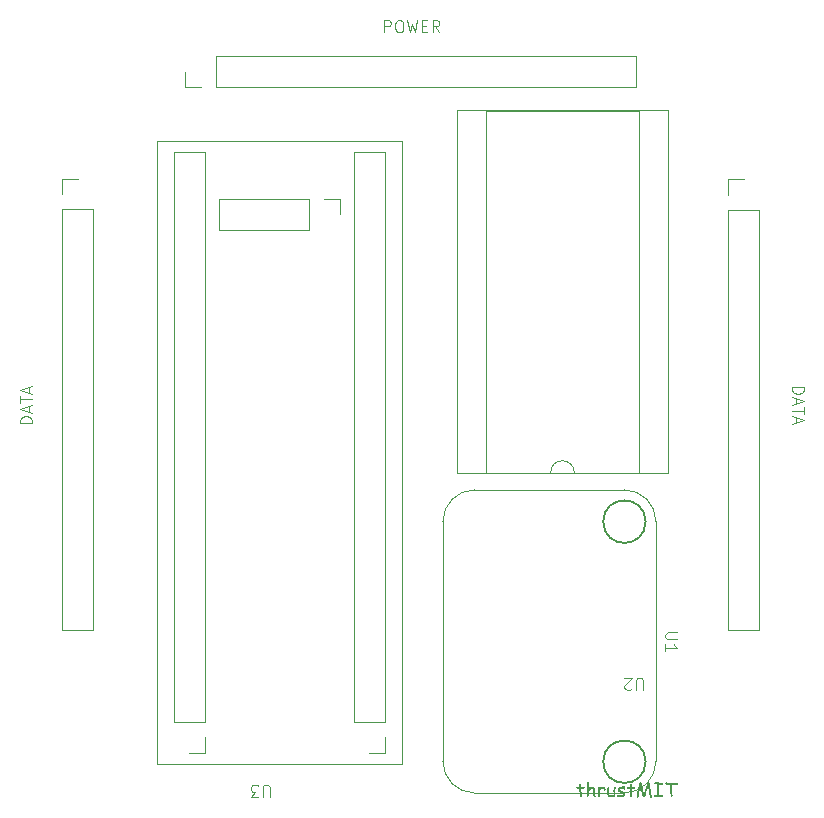
<source format=gbr>
%TF.GenerationSoftware,KiCad,Pcbnew,7.0.7*%
%TF.CreationDate,2024-04-01T01:38:16+05:30*%
%TF.ProjectId,FC_THT_STACK,46435f54-4854-45f5-9354-41434b2e6b69,rev?*%
%TF.SameCoordinates,Original*%
%TF.FileFunction,Legend,Top*%
%TF.FilePolarity,Positive*%
%FSLAX46Y46*%
G04 Gerber Fmt 4.6, Leading zero omitted, Abs format (unit mm)*
G04 Created by KiCad (PCBNEW 7.0.7) date 2024-04-01 01:38:16*
%MOMM*%
%LPD*%
G01*
G04 APERTURE LIST*
%ADD10C,0.100000*%
%ADD11C,0.120000*%
%ADD12C,0.203200*%
G04 APERTURE END LIST*
D10*
X106261904Y-116592580D02*
X106261904Y-115783057D01*
X106261904Y-115783057D02*
X106214285Y-115687819D01*
X106214285Y-115687819D02*
X106166666Y-115640200D01*
X106166666Y-115640200D02*
X106071428Y-115592580D01*
X106071428Y-115592580D02*
X105880952Y-115592580D01*
X105880952Y-115592580D02*
X105785714Y-115640200D01*
X105785714Y-115640200D02*
X105738095Y-115687819D01*
X105738095Y-115687819D02*
X105690476Y-115783057D01*
X105690476Y-115783057D02*
X105690476Y-116592580D01*
X105309523Y-116592580D02*
X104690476Y-116592580D01*
X104690476Y-116592580D02*
X105023809Y-116211628D01*
X105023809Y-116211628D02*
X104880952Y-116211628D01*
X104880952Y-116211628D02*
X104785714Y-116164009D01*
X104785714Y-116164009D02*
X104738095Y-116116390D01*
X104738095Y-116116390D02*
X104690476Y-116021152D01*
X104690476Y-116021152D02*
X104690476Y-115783057D01*
X104690476Y-115783057D02*
X104738095Y-115687819D01*
X104738095Y-115687819D02*
X104785714Y-115640200D01*
X104785714Y-115640200D02*
X104880952Y-115592580D01*
X104880952Y-115592580D02*
X105166666Y-115592580D01*
X105166666Y-115592580D02*
X105261904Y-115640200D01*
X105261904Y-115640200D02*
X105309523Y-115687819D01*
X150503180Y-81922484D02*
X151503180Y-81922484D01*
X151503180Y-81922484D02*
X151503180Y-82160579D01*
X151503180Y-82160579D02*
X151455561Y-82303436D01*
X151455561Y-82303436D02*
X151360323Y-82398674D01*
X151360323Y-82398674D02*
X151265085Y-82446293D01*
X151265085Y-82446293D02*
X151074609Y-82493912D01*
X151074609Y-82493912D02*
X150931752Y-82493912D01*
X150931752Y-82493912D02*
X150741276Y-82446293D01*
X150741276Y-82446293D02*
X150646038Y-82398674D01*
X150646038Y-82398674D02*
X150550800Y-82303436D01*
X150550800Y-82303436D02*
X150503180Y-82160579D01*
X150503180Y-82160579D02*
X150503180Y-81922484D01*
X150788895Y-82874865D02*
X150788895Y-83351055D01*
X150503180Y-82779627D02*
X151503180Y-83112960D01*
X151503180Y-83112960D02*
X150503180Y-83446293D01*
X151503180Y-83636770D02*
X151503180Y-84208198D01*
X150503180Y-83922484D02*
X151503180Y-83922484D01*
X150788895Y-84493913D02*
X150788895Y-84970103D01*
X150503180Y-84398675D02*
X151503180Y-84732008D01*
X151503180Y-84732008D02*
X150503180Y-85065341D01*
G36*
X132851796Y-115921180D02*
G01*
X132839146Y-115921007D01*
X132826323Y-115920549D01*
X132813706Y-115919892D01*
X132810763Y-115919715D01*
X132798061Y-115918865D01*
X132786333Y-115918293D01*
X132774443Y-115917984D01*
X132770024Y-115917956D01*
X132758255Y-115918559D01*
X132745487Y-115919728D01*
X132732655Y-115921107D01*
X132717496Y-115922879D01*
X132704601Y-115924467D01*
X132690397Y-115926276D01*
X132674884Y-115928307D01*
X132658063Y-115930559D01*
X132673597Y-116408298D01*
X132674476Y-116443762D01*
X132675355Y-116485088D01*
X132675395Y-116506525D01*
X132674710Y-116526579D01*
X132673298Y-116545250D01*
X132671160Y-116562537D01*
X132668297Y-116578442D01*
X132664708Y-116592964D01*
X132660393Y-116606103D01*
X132655352Y-116617858D01*
X132649585Y-116628231D01*
X132639574Y-116641197D01*
X132627929Y-116651051D01*
X132614652Y-116657793D01*
X132599741Y-116661424D01*
X132588893Y-116662115D01*
X132576783Y-116661373D01*
X132563435Y-116658632D01*
X132550929Y-116653872D01*
X132539264Y-116647092D01*
X132531447Y-116641013D01*
X132521969Y-116631275D01*
X132514818Y-116620528D01*
X132509995Y-116608771D01*
X132507501Y-116596005D01*
X132507121Y-116588256D01*
X132507203Y-116575634D01*
X132507398Y-116563462D01*
X132507707Y-116549788D01*
X132508037Y-116537767D01*
X132508440Y-116524784D01*
X132508916Y-116510839D01*
X132509466Y-116495932D01*
X132510084Y-116481026D01*
X132510620Y-116467081D01*
X132511073Y-116454098D01*
X132511444Y-116442077D01*
X132511792Y-116428403D01*
X132512011Y-116416231D01*
X132512103Y-116403609D01*
X132495690Y-115930559D01*
X132483871Y-115929985D01*
X132470943Y-115929250D01*
X132456909Y-115928357D01*
X132441766Y-115927303D01*
X132425516Y-115926090D01*
X132408158Y-115924717D01*
X132395970Y-115923713D01*
X132383291Y-115922638D01*
X132370119Y-115921492D01*
X132356455Y-115920274D01*
X132342298Y-115918986D01*
X132327649Y-115917628D01*
X132312508Y-115916198D01*
X132299413Y-115913775D01*
X132287607Y-115910245D01*
X132273868Y-115903816D01*
X132262419Y-115895417D01*
X132253260Y-115885049D01*
X132246391Y-115872711D01*
X132241811Y-115858405D01*
X132239879Y-115846383D01*
X132239235Y-115833253D01*
X132240018Y-115819758D01*
X132242368Y-115807190D01*
X132246283Y-115795550D01*
X132251765Y-115784838D01*
X132258813Y-115775052D01*
X132261510Y-115771997D01*
X132270296Y-115763729D01*
X132281640Y-115756246D01*
X132294162Y-115751091D01*
X132305833Y-115748525D01*
X132318370Y-115747670D01*
X132491294Y-115761738D01*
X132491201Y-115748525D01*
X132490922Y-115733981D01*
X132490565Y-115721387D01*
X132490088Y-115707941D01*
X132489493Y-115693644D01*
X132488779Y-115678495D01*
X132488165Y-115666574D01*
X132487484Y-115654174D01*
X132486855Y-115641864D01*
X132486113Y-115626477D01*
X132485481Y-115612262D01*
X132484959Y-115599219D01*
X132484547Y-115587349D01*
X132484186Y-115574160D01*
X132483980Y-115560751D01*
X132483967Y-115556867D01*
X132484801Y-115544850D01*
X132487885Y-115531845D01*
X132493240Y-115519933D01*
X132500868Y-115509116D01*
X132507707Y-115502059D01*
X132517090Y-115494689D01*
X132528976Y-115488017D01*
X132541870Y-115483421D01*
X132553727Y-115481133D01*
X132566325Y-115480371D01*
X132579738Y-115481391D01*
X132592058Y-115484451D01*
X132603286Y-115489551D01*
X132613421Y-115496692D01*
X132622465Y-115505873D01*
X132630416Y-115517094D01*
X132637275Y-115530355D01*
X132643042Y-115545657D01*
X132646280Y-115556991D01*
X132649032Y-115569232D01*
X132651299Y-115582380D01*
X132653080Y-115596435D01*
X132653994Y-115609819D01*
X132654598Y-115622183D01*
X132655038Y-115635372D01*
X132655313Y-115649386D01*
X132655416Y-115661693D01*
X132655425Y-115666777D01*
X132653960Y-115712792D01*
X132653080Y-115761738D01*
X132665524Y-115760141D01*
X132677283Y-115758647D01*
X132693638Y-115756599D01*
X132708453Y-115754783D01*
X132721727Y-115753199D01*
X132733461Y-115751847D01*
X132746709Y-115750404D01*
X132759419Y-115749180D01*
X132770024Y-115748549D01*
X132785603Y-115748621D01*
X132800135Y-115748838D01*
X132813623Y-115749198D01*
X132826064Y-115749703D01*
X132841025Y-115750601D01*
X132854127Y-115751755D01*
X132867890Y-115753558D01*
X132880571Y-115756251D01*
X132882278Y-115756756D01*
X132894024Y-115761647D01*
X132904205Y-115767967D01*
X132914728Y-115777876D01*
X132922803Y-115790017D01*
X132927502Y-115801338D01*
X132930634Y-115814087D01*
X132932201Y-115828266D01*
X132932396Y-115835890D01*
X132931593Y-115849385D01*
X132929182Y-115861953D01*
X132925163Y-115873593D01*
X132919537Y-115884306D01*
X132912304Y-115894091D01*
X132909535Y-115897147D01*
X132900629Y-115905314D01*
X132890837Y-115911792D01*
X132878293Y-115917214D01*
X132866581Y-115920030D01*
X132853982Y-115921157D01*
X132851796Y-115921180D01*
G37*
G36*
X133781482Y-116662115D02*
G01*
X133767460Y-116661144D01*
X133754701Y-116658232D01*
X133743206Y-116653377D01*
X133732976Y-116646581D01*
X133724009Y-116637844D01*
X133716306Y-116627164D01*
X133709867Y-116614543D01*
X133704692Y-116599980D01*
X133701201Y-116586846D01*
X133697761Y-116572722D01*
X133694373Y-116557610D01*
X133691036Y-116541508D01*
X133687751Y-116524417D01*
X133685589Y-116512474D01*
X133683451Y-116500091D01*
X133681335Y-116487268D01*
X133679242Y-116474005D01*
X133677172Y-116460303D01*
X133675125Y-116446162D01*
X133673101Y-116431580D01*
X133671100Y-116416560D01*
X133670108Y-116408884D01*
X133668333Y-116394212D01*
X133666673Y-116379873D01*
X133665127Y-116365865D01*
X133663696Y-116352189D01*
X133662380Y-116338846D01*
X133661177Y-116325834D01*
X133660090Y-116313154D01*
X133659117Y-116300807D01*
X133658258Y-116288791D01*
X133657185Y-116271390D01*
X133656369Y-116254736D01*
X133655811Y-116238830D01*
X133655510Y-116223670D01*
X133655453Y-116213978D01*
X133655581Y-116201907D01*
X133655904Y-116189090D01*
X133656337Y-116176430D01*
X133656807Y-116164699D01*
X133657378Y-116151895D01*
X133657505Y-116149205D01*
X133658096Y-116136186D01*
X133658587Y-116124241D01*
X133659043Y-116111323D01*
X133659394Y-116098206D01*
X133659554Y-116085791D01*
X133659556Y-116084432D01*
X133659254Y-116065799D01*
X133658347Y-116048368D01*
X133656836Y-116032139D01*
X133654720Y-116017113D01*
X133652000Y-116003288D01*
X133648675Y-115990666D01*
X133644746Y-115979245D01*
X133637719Y-115964369D01*
X133629331Y-115952197D01*
X133619584Y-115942731D01*
X133608476Y-115935969D01*
X133596008Y-115931911D01*
X133582180Y-115930559D01*
X133569152Y-115930931D01*
X133556301Y-115932047D01*
X133543626Y-115933908D01*
X133531127Y-115936512D01*
X133518805Y-115939861D01*
X133506659Y-115943954D01*
X133494689Y-115948791D01*
X133482895Y-115954373D01*
X133471278Y-115960698D01*
X133459837Y-115967768D01*
X133448573Y-115975582D01*
X133437485Y-115984140D01*
X133426573Y-115993442D01*
X133415837Y-116003488D01*
X133405278Y-116014279D01*
X133394895Y-116025814D01*
X133386708Y-116035717D01*
X133377976Y-116047181D01*
X133368697Y-116060206D01*
X133358872Y-116074792D01*
X133352019Y-116085383D01*
X133344923Y-116096669D01*
X133337584Y-116108648D01*
X133330002Y-116121320D01*
X133322178Y-116134687D01*
X133314111Y-116148747D01*
X133305802Y-116163501D01*
X133297249Y-116178949D01*
X133288454Y-116195091D01*
X133279417Y-116211927D01*
X133279391Y-116231693D01*
X133279314Y-116250949D01*
X133279185Y-116269694D01*
X133279005Y-116287929D01*
X133278773Y-116305653D01*
X133278489Y-116322866D01*
X133278154Y-116339569D01*
X133277768Y-116355761D01*
X133277330Y-116371443D01*
X133276841Y-116386614D01*
X133276300Y-116401274D01*
X133275707Y-116415424D01*
X133275063Y-116429063D01*
X133274368Y-116442191D01*
X133273621Y-116454809D01*
X133272822Y-116466916D01*
X133271070Y-116489599D01*
X133269113Y-116510239D01*
X133266949Y-116528836D01*
X133264579Y-116545392D01*
X133262003Y-116559904D01*
X133259221Y-116572374D01*
X133254661Y-116587250D01*
X133253038Y-116591187D01*
X133246851Y-116603414D01*
X133239868Y-116614012D01*
X133232087Y-116622978D01*
X133221241Y-116631894D01*
X133209149Y-116638263D01*
X133195813Y-116642084D01*
X133181231Y-116643357D01*
X133168880Y-116642554D01*
X133157106Y-116640143D01*
X133145909Y-116636124D01*
X133135289Y-116630498D01*
X133125246Y-116623265D01*
X133122027Y-116620496D01*
X133113361Y-116611473D01*
X133106488Y-116601770D01*
X133100736Y-116589591D01*
X133097424Y-116576486D01*
X133096528Y-116564516D01*
X133097930Y-116551990D01*
X133100649Y-116539951D01*
X133103855Y-116528466D01*
X133106594Y-116515731D01*
X133108292Y-116502032D01*
X133109497Y-116488312D01*
X133110310Y-116476411D01*
X133111046Y-116463129D01*
X133111705Y-116448466D01*
X133112286Y-116432423D01*
X133112790Y-116414999D01*
X133112941Y-116408884D01*
X133115579Y-116287544D01*
X133117923Y-115684655D01*
X133118633Y-115672202D01*
X133119297Y-115660269D01*
X133120207Y-115643344D01*
X133121014Y-115627588D01*
X133121719Y-115613002D01*
X133122320Y-115599586D01*
X133122818Y-115587338D01*
X133123321Y-115572828D01*
X133123642Y-115560397D01*
X133123785Y-115547782D01*
X133123592Y-115534799D01*
X133123012Y-115522045D01*
X133122046Y-115509519D01*
X133120694Y-115497223D01*
X133118955Y-115485156D01*
X133116830Y-115473318D01*
X133115872Y-115468647D01*
X133113592Y-115456936D01*
X133111699Y-115445068D01*
X133110192Y-115433042D01*
X133109071Y-115420859D01*
X133108337Y-115408519D01*
X133107989Y-115396021D01*
X133107958Y-115390978D01*
X133108793Y-115378531D01*
X133111297Y-115366908D01*
X133116328Y-115354389D01*
X133123631Y-115342993D01*
X133131699Y-115334118D01*
X133141092Y-115326448D01*
X133151249Y-115320366D01*
X133162168Y-115315870D01*
X133173849Y-115312960D01*
X133186293Y-115311638D01*
X133190610Y-115311550D01*
X133202810Y-115312160D01*
X133217538Y-115314874D01*
X133230507Y-115319758D01*
X133241718Y-115326813D01*
X133251170Y-115336038D01*
X133258864Y-115347434D01*
X133264799Y-115361001D01*
X133268096Y-115372601D01*
X133269745Y-115381013D01*
X133272049Y-115395277D01*
X133274127Y-115409273D01*
X133275979Y-115423001D01*
X133277603Y-115436462D01*
X133279001Y-115449654D01*
X133280172Y-115462579D01*
X133281117Y-115475236D01*
X133281835Y-115487625D01*
X133282326Y-115499746D01*
X133282590Y-115511599D01*
X133282641Y-115519352D01*
X133282592Y-115534966D01*
X133282445Y-115550703D01*
X133282200Y-115566565D01*
X133281858Y-115582550D01*
X133281417Y-115598658D01*
X133280879Y-115614890D01*
X133280242Y-115631246D01*
X133279508Y-115647726D01*
X133278676Y-115664329D01*
X133277746Y-115681056D01*
X133277072Y-115692276D01*
X133276189Y-115708628D01*
X133275410Y-115725042D01*
X133274733Y-115741518D01*
X133274159Y-115758056D01*
X133273689Y-115774656D01*
X133273321Y-115791318D01*
X133273057Y-115808041D01*
X133272895Y-115824826D01*
X133272837Y-115841673D01*
X133272882Y-115858582D01*
X133272969Y-115869889D01*
X133273848Y-115942283D01*
X133282346Y-115931141D01*
X133290916Y-115920356D01*
X133299556Y-115909928D01*
X133308268Y-115899858D01*
X133317050Y-115890144D01*
X133325904Y-115880788D01*
X133334828Y-115871790D01*
X133343824Y-115863148D01*
X133352890Y-115854864D01*
X133362027Y-115846936D01*
X133371236Y-115839366D01*
X133380515Y-115832154D01*
X133394567Y-115822004D01*
X133408779Y-115812658D01*
X133418342Y-115806874D01*
X133432878Y-115798808D01*
X133447578Y-115791535D01*
X133462443Y-115785056D01*
X133477473Y-115779370D01*
X133492668Y-115774477D01*
X133508028Y-115770378D01*
X133523553Y-115767072D01*
X133539242Y-115764559D01*
X133555097Y-115762840D01*
X133571116Y-115761915D01*
X133581887Y-115761738D01*
X133598661Y-115762085D01*
X133614764Y-115763126D01*
X133630196Y-115764860D01*
X133644957Y-115767289D01*
X133659047Y-115770411D01*
X133672466Y-115774227D01*
X133685214Y-115778737D01*
X133697292Y-115783940D01*
X133708698Y-115789837D01*
X133719434Y-115796428D01*
X133729499Y-115803713D01*
X133738892Y-115811692D01*
X133747615Y-115820365D01*
X133755667Y-115829731D01*
X133763048Y-115839791D01*
X133769759Y-115850545D01*
X133776297Y-115863055D01*
X133782285Y-115877064D01*
X133787721Y-115892572D01*
X133792606Y-115909580D01*
X133795556Y-115921751D01*
X133798262Y-115934589D01*
X133800722Y-115948093D01*
X133802937Y-115962263D01*
X133804908Y-115977100D01*
X133806633Y-115992603D01*
X133808114Y-116008772D01*
X133809349Y-116025608D01*
X133810339Y-116043110D01*
X133811084Y-116061278D01*
X133817826Y-116218375D01*
X133834239Y-116389833D01*
X133835688Y-116401761D01*
X133837179Y-116413510D01*
X133839492Y-116430798D01*
X133841898Y-116447684D01*
X133844397Y-116464169D01*
X133846988Y-116480252D01*
X133849672Y-116495933D01*
X133852449Y-116511212D01*
X133855319Y-116526089D01*
X133858281Y-116540565D01*
X133861337Y-116554638D01*
X133862375Y-116559240D01*
X133864690Y-116571463D01*
X133865600Y-116582981D01*
X133864724Y-116595328D01*
X133862096Y-116606872D01*
X133856817Y-116619324D01*
X133849153Y-116630682D01*
X133840687Y-116639547D01*
X133831104Y-116647217D01*
X133820821Y-116653300D01*
X133809837Y-116657796D01*
X133798152Y-116660705D01*
X133785766Y-116662027D01*
X133781482Y-116662115D01*
G37*
G36*
X134702375Y-115998263D02*
G01*
X134701367Y-116010508D01*
X134698819Y-116027393D01*
X134695030Y-116042502D01*
X134689999Y-116055832D01*
X134683726Y-116067386D01*
X134676212Y-116077162D01*
X134667456Y-116085160D01*
X134657459Y-116091381D01*
X134646220Y-116095825D01*
X134633739Y-116098491D01*
X134620017Y-116099380D01*
X134607341Y-116098671D01*
X134592380Y-116095523D01*
X134579635Y-116089856D01*
X134569106Y-116081670D01*
X134560795Y-116070965D01*
X134554699Y-116057742D01*
X134551582Y-116046171D01*
X134549712Y-116033184D01*
X134549089Y-116018780D01*
X134548831Y-116006524D01*
X134548254Y-115993050D01*
X134547605Y-115980806D01*
X134546770Y-115966727D01*
X134546451Y-115961627D01*
X134544106Y-115893043D01*
X134528041Y-115895150D01*
X134512379Y-115897586D01*
X134497120Y-115900352D01*
X134482264Y-115903448D01*
X134467811Y-115906874D01*
X134453761Y-115910629D01*
X134440114Y-115914714D01*
X134426870Y-115919128D01*
X134414028Y-115923873D01*
X134401590Y-115928947D01*
X134389555Y-115934351D01*
X134377923Y-115940084D01*
X134366694Y-115946148D01*
X134355868Y-115952541D01*
X134345445Y-115959264D01*
X134335425Y-115966316D01*
X134321903Y-115976849D01*
X134308813Y-115988336D01*
X134300327Y-115996523D01*
X134292034Y-116005134D01*
X134283933Y-116014168D01*
X134276024Y-116023626D01*
X134268307Y-116033507D01*
X134260783Y-116043813D01*
X134253451Y-116054541D01*
X134246312Y-116065694D01*
X134239364Y-116077270D01*
X134232609Y-116089269D01*
X134226047Y-116101692D01*
X134219677Y-116114539D01*
X134213499Y-116127810D01*
X134215258Y-116578877D01*
X134214541Y-116593753D01*
X134212393Y-116607165D01*
X134208812Y-116619114D01*
X134201810Y-116632771D01*
X134192262Y-116643826D01*
X134180167Y-116652279D01*
X134165526Y-116658132D01*
X134152875Y-116660815D01*
X134138791Y-116662034D01*
X134133778Y-116662115D01*
X134120788Y-116661389D01*
X134109076Y-116659209D01*
X134095447Y-116654044D01*
X134084090Y-116646295D01*
X134075004Y-116635964D01*
X134068190Y-116623049D01*
X134064570Y-116611669D01*
X134062227Y-116598835D01*
X134061162Y-116584548D01*
X134061091Y-116579463D01*
X134061091Y-116006177D01*
X134061190Y-115993089D01*
X134061430Y-115979818D01*
X134061741Y-115967310D01*
X134062151Y-115953485D01*
X134062552Y-115941478D01*
X134063017Y-115928628D01*
X134063143Y-115925283D01*
X134063624Y-115912222D01*
X134064041Y-115900004D01*
X134064471Y-115885916D01*
X134064802Y-115873145D01*
X134065067Y-115859558D01*
X134065193Y-115846102D01*
X134065195Y-115844390D01*
X134065834Y-115829619D01*
X134067750Y-115816301D01*
X134070944Y-115804436D01*
X134077191Y-115790876D01*
X134085709Y-115779899D01*
X134096498Y-115771505D01*
X134109559Y-115765693D01*
X134124892Y-115762465D01*
X134137881Y-115761738D01*
X134152293Y-115762880D01*
X134165304Y-115766303D01*
X134176913Y-115772009D01*
X134187121Y-115779997D01*
X134195927Y-115790268D01*
X134203332Y-115802820D01*
X134209336Y-115817656D01*
X134213939Y-115834773D01*
X134216228Y-115847453D01*
X134217895Y-115861147D01*
X134218940Y-115875855D01*
X134219361Y-115891578D01*
X134229286Y-115882436D01*
X134239280Y-115873584D01*
X134249340Y-115865022D01*
X134259469Y-115856750D01*
X134269664Y-115848769D01*
X134279928Y-115841078D01*
X134290259Y-115833677D01*
X134300657Y-115826567D01*
X134311123Y-115819746D01*
X134321657Y-115813216D01*
X134332258Y-115806976D01*
X134342926Y-115801026D01*
X134353663Y-115795367D01*
X134364466Y-115789998D01*
X134375338Y-115784919D01*
X134386276Y-115780130D01*
X134397283Y-115775631D01*
X134408357Y-115771423D01*
X134419498Y-115767505D01*
X134430707Y-115763877D01*
X134441984Y-115760539D01*
X134453328Y-115757492D01*
X134464740Y-115754735D01*
X134476219Y-115752268D01*
X134487766Y-115750091D01*
X134499380Y-115748205D01*
X134511062Y-115746608D01*
X134522811Y-115745302D01*
X134534628Y-115744287D01*
X134546513Y-115743561D01*
X134558465Y-115743126D01*
X134570484Y-115742981D01*
X134582715Y-115743416D01*
X134598093Y-115745351D01*
X134612409Y-115748833D01*
X134625662Y-115753864D01*
X134637853Y-115760443D01*
X134648981Y-115768569D01*
X134659047Y-115778243D01*
X134668051Y-115789466D01*
X134670135Y-115792513D01*
X134677898Y-115805610D01*
X134683040Y-115816467D01*
X134687601Y-115828211D01*
X134691579Y-115840840D01*
X134694975Y-115854355D01*
X134697789Y-115868757D01*
X134700020Y-115884045D01*
X134701670Y-115900218D01*
X134702737Y-115917278D01*
X134703125Y-115929144D01*
X134703255Y-115941403D01*
X134703233Y-115953920D01*
X134703151Y-115967164D01*
X134702977Y-115980167D01*
X134702629Y-115993011D01*
X134702375Y-115998263D01*
G37*
G36*
X135540324Y-116137775D02*
G01*
X135540338Y-116152878D01*
X135540366Y-116165372D01*
X135540410Y-116178865D01*
X135540469Y-116193357D01*
X135540544Y-116208849D01*
X135540634Y-116225341D01*
X135540739Y-116242832D01*
X135540818Y-116255048D01*
X135540904Y-116267708D01*
X135540997Y-116280812D01*
X135541097Y-116294361D01*
X135541203Y-116308354D01*
X135541310Y-116322347D01*
X135541409Y-116335895D01*
X135541502Y-116349000D01*
X135541588Y-116361660D01*
X135541667Y-116373876D01*
X135541739Y-116385648D01*
X135541834Y-116402472D01*
X135541914Y-116418297D01*
X135541979Y-116433123D01*
X135542027Y-116446949D01*
X135542061Y-116459776D01*
X135542079Y-116471603D01*
X135542082Y-116478933D01*
X135542340Y-116491544D01*
X135542917Y-116504229D01*
X135543692Y-116517222D01*
X135544558Y-116529766D01*
X135544720Y-116531983D01*
X135545716Y-116544643D01*
X135546618Y-116557798D01*
X135547305Y-116570703D01*
X135547640Y-116582507D01*
X135547651Y-116584739D01*
X135546806Y-116597056D01*
X135544271Y-116608507D01*
X135539178Y-116620773D01*
X135531785Y-116631860D01*
X135523618Y-116640426D01*
X135514334Y-116647797D01*
X135502539Y-116654469D01*
X135489706Y-116659065D01*
X135477880Y-116661353D01*
X135465292Y-116662115D01*
X135450116Y-116661277D01*
X135436386Y-116658763D01*
X135424104Y-116654573D01*
X135413269Y-116648706D01*
X135403881Y-116641164D01*
X135395940Y-116631945D01*
X135389446Y-116621050D01*
X135384399Y-116608479D01*
X135371416Y-116614974D01*
X135358186Y-116621050D01*
X135344708Y-116626707D01*
X135330983Y-116631945D01*
X135317011Y-116636764D01*
X135302792Y-116641164D01*
X135288325Y-116645145D01*
X135273611Y-116648706D01*
X135258649Y-116651849D01*
X135243441Y-116654573D01*
X135227985Y-116656877D01*
X135212281Y-116658763D01*
X135196331Y-116660230D01*
X135180133Y-116661277D01*
X135163688Y-116661906D01*
X135146995Y-116662115D01*
X135133657Y-116661932D01*
X135120608Y-116661382D01*
X135107847Y-116660467D01*
X135095374Y-116659184D01*
X135083191Y-116657536D01*
X135071295Y-116655521D01*
X135059688Y-116653139D01*
X135042819Y-116648880D01*
X135026599Y-116643797D01*
X135011028Y-116637889D01*
X134996106Y-116631157D01*
X134981833Y-116623601D01*
X134968209Y-116615221D01*
X134954093Y-116605131D01*
X134941089Y-116594207D01*
X134929198Y-116582449D01*
X134918421Y-116569856D01*
X134908755Y-116556428D01*
X134900203Y-116542165D01*
X134892764Y-116527068D01*
X134886437Y-116511136D01*
X134881223Y-116494370D01*
X134878365Y-116482729D01*
X134876002Y-116470717D01*
X134875006Y-116464572D01*
X134873041Y-116451245D01*
X134871138Y-116438010D01*
X134869297Y-116424867D01*
X134867519Y-116411815D01*
X134865803Y-116398855D01*
X134864149Y-116385986D01*
X134862558Y-116373209D01*
X134861030Y-116360524D01*
X134859563Y-116347930D01*
X134858159Y-116335428D01*
X134856818Y-116323018D01*
X134855539Y-116310699D01*
X134854322Y-116298471D01*
X134853168Y-116286335D01*
X134852076Y-116274291D01*
X134851046Y-116262339D01*
X134850079Y-116250477D01*
X134849174Y-116238708D01*
X134847552Y-116215444D01*
X134846179Y-116192546D01*
X134845056Y-116170015D01*
X134844183Y-116147850D01*
X134843559Y-116126051D01*
X134843184Y-116104619D01*
X134843059Y-116083553D01*
X134843156Y-116069621D01*
X134843444Y-116055448D01*
X134843925Y-116041035D01*
X134844598Y-116026382D01*
X134845464Y-116011488D01*
X134846522Y-115996353D01*
X134847772Y-115980979D01*
X134849214Y-115965364D01*
X134850849Y-115949508D01*
X134852676Y-115933412D01*
X134854696Y-115917076D01*
X134856908Y-115900499D01*
X134859312Y-115883682D01*
X134861909Y-115866624D01*
X134864698Y-115849326D01*
X134867679Y-115831787D01*
X134870309Y-115819269D01*
X134873913Y-115807982D01*
X134880233Y-115794847D01*
X134888284Y-115783902D01*
X134898066Y-115775146D01*
X134909579Y-115768579D01*
X134922823Y-115764201D01*
X134937798Y-115762012D01*
X134945934Y-115761738D01*
X134958821Y-115762511D01*
X134970884Y-115764830D01*
X134982122Y-115768694D01*
X134992536Y-115774103D01*
X135002126Y-115781058D01*
X135005139Y-115783720D01*
X135013307Y-115792406D01*
X135020700Y-115803660D01*
X135025793Y-115816121D01*
X135028327Y-115827761D01*
X135029172Y-115840287D01*
X135028879Y-115852901D01*
X135027999Y-115867661D01*
X135026872Y-115881015D01*
X135025370Y-115895743D01*
X135023997Y-115907690D01*
X135022413Y-115920411D01*
X135020618Y-115933904D01*
X135018611Y-115948170D01*
X135017156Y-115958110D01*
X135015061Y-115972940D01*
X135013171Y-115987095D01*
X135011488Y-116000575D01*
X135010012Y-116013380D01*
X135008741Y-116025511D01*
X135007367Y-116040635D01*
X135006359Y-116054559D01*
X135005718Y-116067283D01*
X135005432Y-116081501D01*
X135005468Y-116098058D01*
X135005574Y-116114318D01*
X135005751Y-116130280D01*
X135006000Y-116145945D01*
X135006319Y-116161311D01*
X135006710Y-116176380D01*
X135007171Y-116191152D01*
X135007703Y-116205625D01*
X135008307Y-116219801D01*
X135008981Y-116233680D01*
X135009726Y-116247260D01*
X135010543Y-116260543D01*
X135011430Y-116273529D01*
X135012388Y-116286216D01*
X135013418Y-116298606D01*
X135014518Y-116310699D01*
X135015688Y-116322459D01*
X135017572Y-116339550D01*
X135019610Y-116355981D01*
X135021803Y-116371753D01*
X135024151Y-116386866D01*
X135026653Y-116401319D01*
X135029310Y-116415112D01*
X135032121Y-116428247D01*
X135035087Y-116440721D01*
X135038207Y-116452537D01*
X135041482Y-116463692D01*
X135053365Y-116469653D01*
X135065164Y-116474968D01*
X135076879Y-116479639D01*
X135088510Y-116483664D01*
X135095118Y-116485674D01*
X135106616Y-116488643D01*
X135119654Y-116491144D01*
X135132582Y-116492692D01*
X135145401Y-116493287D01*
X135146995Y-116493295D01*
X135160855Y-116493159D01*
X135174811Y-116492754D01*
X135188864Y-116492079D01*
X135203012Y-116491133D01*
X135217257Y-116489917D01*
X135231598Y-116488431D01*
X135246035Y-116486675D01*
X135260568Y-116484648D01*
X135275197Y-116482352D01*
X135289923Y-116479785D01*
X135304745Y-116476948D01*
X135319663Y-116473841D01*
X135334677Y-116470463D01*
X135349787Y-116466816D01*
X135364993Y-116462898D01*
X135380296Y-116458710D01*
X135379710Y-116294872D01*
X135377951Y-116138361D01*
X135378012Y-116116777D01*
X135378194Y-116095551D01*
X135378497Y-116074682D01*
X135378922Y-116054170D01*
X135379468Y-116034016D01*
X135380136Y-116014218D01*
X135380924Y-115994778D01*
X135381835Y-115975695D01*
X135382866Y-115956969D01*
X135384019Y-115938601D01*
X135385293Y-115920589D01*
X135386689Y-115902935D01*
X135388206Y-115885638D01*
X135389844Y-115868698D01*
X135391604Y-115852116D01*
X135393485Y-115835890D01*
X135395732Y-115822639D01*
X135399066Y-115810690D01*
X135405203Y-115796787D01*
X135413272Y-115785201D01*
X135423274Y-115775932D01*
X135435208Y-115768980D01*
X135449075Y-115764345D01*
X135460744Y-115762390D01*
X135473499Y-115761738D01*
X135486386Y-115762521D01*
X135498448Y-115764871D01*
X135509687Y-115768786D01*
X135520101Y-115774268D01*
X135529690Y-115781316D01*
X135532703Y-115784013D01*
X135540820Y-115792648D01*
X135548022Y-115803712D01*
X135552785Y-115815841D01*
X135555107Y-115829037D01*
X135555272Y-115839115D01*
X135540324Y-116137775D01*
G37*
G36*
X136297672Y-115986833D02*
G01*
X136284141Y-115986017D01*
X136271941Y-115983570D01*
X136259057Y-115978479D01*
X136248090Y-115971040D01*
X136239040Y-115961251D01*
X136234071Y-115953420D01*
X136228840Y-115940621D01*
X136225292Y-115928526D01*
X136222567Y-115917077D01*
X136219943Y-115904053D01*
X136217420Y-115889453D01*
X136215594Y-115877469D01*
X136213824Y-115864600D01*
X136212676Y-115855528D01*
X136200493Y-115858675D01*
X136187135Y-115862290D01*
X136172603Y-115866375D01*
X136156897Y-115870929D01*
X136140015Y-115875951D01*
X136128108Y-115879560D01*
X136115679Y-115883377D01*
X136102729Y-115887402D01*
X136089255Y-115891636D01*
X136075260Y-115896078D01*
X136060743Y-115900729D01*
X136045704Y-115905588D01*
X136030143Y-115910655D01*
X136022166Y-115913267D01*
X136006085Y-115919959D01*
X135991034Y-115926845D01*
X135977014Y-115933926D01*
X135964024Y-115941202D01*
X135952065Y-115948672D01*
X135941136Y-115956337D01*
X135931237Y-115964197D01*
X135922369Y-115972251D01*
X135910998Y-115984698D01*
X135901946Y-115997582D01*
X135895212Y-116010904D01*
X135890797Y-116024664D01*
X135888700Y-116038862D01*
X135888516Y-116043692D01*
X135900790Y-116047924D01*
X135912990Y-116051533D01*
X135925116Y-116054518D01*
X135937170Y-116056881D01*
X135948926Y-116059031D01*
X135960493Y-116061231D01*
X135983057Y-116065779D01*
X136004860Y-116070527D01*
X136025903Y-116075474D01*
X136046186Y-116080621D01*
X136065709Y-116085966D01*
X136084471Y-116091511D01*
X136102473Y-116097255D01*
X136119715Y-116103198D01*
X136136197Y-116109340D01*
X136151919Y-116115682D01*
X136166880Y-116122222D01*
X136181081Y-116128962D01*
X136194522Y-116135902D01*
X136207203Y-116143040D01*
X136219124Y-116150378D01*
X136235414Y-116161562D01*
X136250654Y-116173353D01*
X136264842Y-116185751D01*
X136277980Y-116198756D01*
X136290067Y-116212368D01*
X136301102Y-116226586D01*
X136311087Y-116241411D01*
X136320020Y-116256843D01*
X136327903Y-116272882D01*
X136334734Y-116289527D01*
X136340515Y-116306780D01*
X136345244Y-116324639D01*
X136348923Y-116343105D01*
X136351551Y-116362177D01*
X136353127Y-116381857D01*
X136353653Y-116402143D01*
X136353198Y-116418738D01*
X136351834Y-116434818D01*
X136349562Y-116450383D01*
X136346380Y-116465433D01*
X136342290Y-116479967D01*
X136337290Y-116493986D01*
X136331381Y-116507490D01*
X136324563Y-116520479D01*
X136316836Y-116532952D01*
X136308200Y-116544911D01*
X136298656Y-116556354D01*
X136288202Y-116567282D01*
X136276839Y-116577695D01*
X136264566Y-116587592D01*
X136251385Y-116596974D01*
X136237295Y-116605842D01*
X136225043Y-116612656D01*
X136212392Y-116619031D01*
X136199342Y-116624966D01*
X136185894Y-116630461D01*
X136172048Y-116635517D01*
X136157803Y-116640133D01*
X136143160Y-116644310D01*
X136128119Y-116648047D01*
X136112679Y-116651344D01*
X136096840Y-116654202D01*
X136080604Y-116656620D01*
X136063968Y-116658598D01*
X136046935Y-116660137D01*
X136029503Y-116661236D01*
X136011672Y-116661895D01*
X135993443Y-116662115D01*
X135979963Y-116661976D01*
X135966561Y-116661556D01*
X135953237Y-116660858D01*
X135939991Y-116659880D01*
X135926822Y-116658623D01*
X135913731Y-116657087D01*
X135900719Y-116655271D01*
X135887784Y-116653176D01*
X135874927Y-116650801D01*
X135862147Y-116648148D01*
X135849446Y-116645214D01*
X135836822Y-116642002D01*
X135824277Y-116638510D01*
X135811809Y-116634739D01*
X135799419Y-116630688D01*
X135787107Y-116626358D01*
X135771739Y-116620539D01*
X135757363Y-116614437D01*
X135743978Y-116608055D01*
X135731584Y-116601390D01*
X135720182Y-116594444D01*
X135709772Y-116587217D01*
X135700353Y-116579707D01*
X135688083Y-116567915D01*
X135678045Y-116555489D01*
X135670237Y-116542430D01*
X135664660Y-116528737D01*
X135661314Y-116514410D01*
X135660198Y-116499449D01*
X135661105Y-116487538D01*
X135664455Y-116474371D01*
X135670273Y-116461989D01*
X135677225Y-116452001D01*
X135685990Y-116442590D01*
X135696020Y-116434322D01*
X135706543Y-116427766D01*
X135717562Y-116422919D01*
X135729075Y-116419784D01*
X135741082Y-116418358D01*
X135745195Y-116418263D01*
X135757066Y-116420016D01*
X135768380Y-116424310D01*
X135780744Y-116431179D01*
X135791851Y-116438871D01*
X135801262Y-116446313D01*
X135811140Y-116454900D01*
X135822102Y-116462313D01*
X135832834Y-116467264D01*
X135845984Y-116471930D01*
X135858246Y-116475456D01*
X135872056Y-116478799D01*
X135887413Y-116481959D01*
X135899947Y-116484209D01*
X135913521Y-116486338D01*
X135926545Y-116488184D01*
X135939020Y-116489745D01*
X135950945Y-116491023D01*
X135965079Y-116492221D01*
X135978354Y-116492975D01*
X135990770Y-116493286D01*
X135993150Y-116493295D01*
X136005975Y-116493150D01*
X136018512Y-116492718D01*
X136030760Y-116491996D01*
X136042719Y-116490986D01*
X136054390Y-116489688D01*
X136069503Y-116487508D01*
X136084102Y-116484816D01*
X136098189Y-116481610D01*
X136111763Y-116477891D01*
X136115076Y-116476881D01*
X136128799Y-116472130D01*
X136141173Y-116466890D01*
X136152196Y-116461160D01*
X136164795Y-116452759D01*
X136174993Y-116443488D01*
X136182792Y-116433346D01*
X136188192Y-116422335D01*
X136191191Y-116410453D01*
X136191866Y-116400971D01*
X136191255Y-116387223D01*
X136189421Y-116374043D01*
X136186364Y-116361431D01*
X136182084Y-116349387D01*
X136176582Y-116337910D01*
X136169857Y-116327002D01*
X136161909Y-116316661D01*
X136152738Y-116306888D01*
X136142345Y-116297684D01*
X136130729Y-116289046D01*
X136117890Y-116280977D01*
X136103829Y-116273476D01*
X136088544Y-116266543D01*
X136072037Y-116260177D01*
X136054308Y-116254379D01*
X136035355Y-116249149D01*
X135949479Y-116230685D01*
X135936026Y-116227759D01*
X135923069Y-116224772D01*
X135910609Y-116221724D01*
X135898646Y-116218613D01*
X135887180Y-116215440D01*
X135870913Y-116210566D01*
X135855763Y-116205552D01*
X135841732Y-116200399D01*
X135828819Y-116195107D01*
X135817023Y-116189676D01*
X135806346Y-116184106D01*
X135793848Y-116176463D01*
X135781906Y-116167655D01*
X135771138Y-116158049D01*
X135761545Y-116147645D01*
X135753127Y-116136442D01*
X135745883Y-116124440D01*
X135739814Y-116111640D01*
X135734919Y-116098042D01*
X135731200Y-116083644D01*
X135728655Y-116068449D01*
X135727284Y-116052454D01*
X135727023Y-116041348D01*
X135727657Y-116020875D01*
X135729560Y-116001148D01*
X135732732Y-115982168D01*
X135737171Y-115963935D01*
X135742880Y-115946448D01*
X135749857Y-115929707D01*
X135758102Y-115913713D01*
X135767616Y-115898466D01*
X135778399Y-115883964D01*
X135790450Y-115870210D01*
X135803770Y-115857201D01*
X135818358Y-115844940D01*
X135834214Y-115833424D01*
X135851340Y-115822656D01*
X135869733Y-115812633D01*
X135889396Y-115803357D01*
X135902704Y-115797807D01*
X135913899Y-115793476D01*
X135926135Y-115789000D01*
X135939412Y-115784381D01*
X135953729Y-115779617D01*
X135969087Y-115774709D01*
X135985486Y-115769656D01*
X135996997Y-115766208D01*
X136008970Y-115762695D01*
X136021406Y-115759119D01*
X136034304Y-115755478D01*
X136047665Y-115751773D01*
X136061051Y-115748072D01*
X136073952Y-115744441D01*
X136086367Y-115740882D01*
X136098297Y-115737393D01*
X136109741Y-115733976D01*
X136125997Y-115728983D01*
X136141161Y-115724149D01*
X136155233Y-115719476D01*
X136168213Y-115714962D01*
X136180100Y-115710607D01*
X136194251Y-115705050D01*
X136203590Y-115701068D01*
X136216435Y-115696188D01*
X136229693Y-115692317D01*
X136243363Y-115689456D01*
X136255070Y-115687843D01*
X136267062Y-115686931D01*
X136276863Y-115686707D01*
X136289708Y-115687500D01*
X136301647Y-115689881D01*
X136312679Y-115693848D01*
X136324404Y-115700481D01*
X136334895Y-115709275D01*
X136342664Y-115718222D01*
X136349696Y-115729885D01*
X136353983Y-115740931D01*
X136356662Y-115752945D01*
X136357733Y-115765928D01*
X136357756Y-115768186D01*
X136358397Y-115781266D01*
X136360010Y-115794934D01*
X136362174Y-115808302D01*
X136364528Y-115820606D01*
X136367383Y-115833970D01*
X136368014Y-115836770D01*
X136370969Y-115850345D01*
X136373424Y-115862862D01*
X136375708Y-115876484D01*
X136377270Y-115888581D01*
X136378182Y-115900766D01*
X136378272Y-115905353D01*
X136377469Y-115918498D01*
X136375057Y-115930674D01*
X136371039Y-115941881D01*
X136364319Y-115953732D01*
X136356818Y-115962841D01*
X136355411Y-115964265D01*
X136346505Y-115971934D01*
X136334995Y-115978876D01*
X136322278Y-115983659D01*
X136310418Y-115986039D01*
X136297672Y-115986833D01*
G37*
G36*
X137109828Y-115921180D02*
G01*
X137097178Y-115921007D01*
X137084355Y-115920549D01*
X137071738Y-115919892D01*
X137068796Y-115919715D01*
X137056093Y-115918865D01*
X137044365Y-115918293D01*
X137032475Y-115917984D01*
X137028056Y-115917956D01*
X137016287Y-115918559D01*
X137003519Y-115919728D01*
X136990687Y-115921107D01*
X136975528Y-115922879D01*
X136962633Y-115924467D01*
X136948429Y-115926276D01*
X136932916Y-115928307D01*
X136916095Y-115930559D01*
X136931629Y-116408298D01*
X136932508Y-116443762D01*
X136933387Y-116485088D01*
X136933427Y-116506525D01*
X136932742Y-116526579D01*
X136931330Y-116545250D01*
X136929192Y-116562537D01*
X136926329Y-116578442D01*
X136922740Y-116592964D01*
X136918425Y-116606103D01*
X136913384Y-116617858D01*
X136907617Y-116628231D01*
X136897606Y-116641197D01*
X136885962Y-116651051D01*
X136872684Y-116657793D01*
X136857773Y-116661424D01*
X136846925Y-116662115D01*
X136834815Y-116661373D01*
X136821467Y-116658632D01*
X136808961Y-116653872D01*
X136797296Y-116647092D01*
X136789479Y-116641013D01*
X136780001Y-116631275D01*
X136772850Y-116620528D01*
X136768027Y-116608771D01*
X136765533Y-116596005D01*
X136765153Y-116588256D01*
X136765235Y-116575634D01*
X136765430Y-116563462D01*
X136765739Y-116549788D01*
X136766069Y-116537767D01*
X136766472Y-116524784D01*
X136766948Y-116510839D01*
X136767498Y-116495932D01*
X136768116Y-116481026D01*
X136768652Y-116467081D01*
X136769105Y-116454098D01*
X136769476Y-116442077D01*
X136769824Y-116428403D01*
X136770043Y-116416231D01*
X136770135Y-116403609D01*
X136753722Y-115930559D01*
X136741903Y-115929985D01*
X136728976Y-115929250D01*
X136714941Y-115928357D01*
X136699798Y-115927303D01*
X136683548Y-115926090D01*
X136666190Y-115924717D01*
X136654003Y-115923713D01*
X136641323Y-115922638D01*
X136628151Y-115921492D01*
X136614487Y-115920274D01*
X136600330Y-115918986D01*
X136585681Y-115917628D01*
X136570540Y-115916198D01*
X136557446Y-115913775D01*
X136545639Y-115910245D01*
X136531900Y-115903816D01*
X136520451Y-115895417D01*
X136511292Y-115885049D01*
X136504423Y-115872711D01*
X136499843Y-115858405D01*
X136497911Y-115846383D01*
X136497267Y-115833253D01*
X136498050Y-115819758D01*
X136500400Y-115807190D01*
X136504315Y-115795550D01*
X136509797Y-115784838D01*
X136516845Y-115775052D01*
X136519542Y-115771997D01*
X136528328Y-115763729D01*
X136539672Y-115756246D01*
X136552194Y-115751091D01*
X136563865Y-115748525D01*
X136576402Y-115747670D01*
X136749326Y-115761738D01*
X136749233Y-115748525D01*
X136748954Y-115733981D01*
X136748597Y-115721387D01*
X136748120Y-115707941D01*
X136747525Y-115693644D01*
X136746811Y-115678495D01*
X136746197Y-115666574D01*
X136745516Y-115654174D01*
X136744887Y-115641864D01*
X136744145Y-115626477D01*
X136743513Y-115612262D01*
X136742991Y-115599219D01*
X136742579Y-115587349D01*
X136742218Y-115574160D01*
X136742012Y-115560751D01*
X136741999Y-115556867D01*
X136742833Y-115544850D01*
X136745917Y-115531845D01*
X136751272Y-115519933D01*
X136758900Y-115509116D01*
X136765739Y-115502059D01*
X136775123Y-115494689D01*
X136787008Y-115488017D01*
X136799903Y-115483421D01*
X136811759Y-115481133D01*
X136824357Y-115480371D01*
X136837770Y-115481391D01*
X136850090Y-115484451D01*
X136861318Y-115489551D01*
X136871453Y-115496692D01*
X136880497Y-115505873D01*
X136888448Y-115517094D01*
X136895307Y-115530355D01*
X136901074Y-115545657D01*
X136904312Y-115556991D01*
X136907064Y-115569232D01*
X136909331Y-115582380D01*
X136911112Y-115596435D01*
X136912026Y-115609819D01*
X136912631Y-115622183D01*
X136913070Y-115635372D01*
X136913345Y-115649386D01*
X136913448Y-115661693D01*
X136913457Y-115666777D01*
X136911992Y-115712792D01*
X136911112Y-115761738D01*
X136923556Y-115760141D01*
X136935315Y-115758647D01*
X136951670Y-115756599D01*
X136966485Y-115754783D01*
X136979759Y-115753199D01*
X136991493Y-115751847D01*
X137004741Y-115750404D01*
X137017451Y-115749180D01*
X137028056Y-115748549D01*
X137043635Y-115748621D01*
X137058168Y-115748838D01*
X137071655Y-115749198D01*
X137084096Y-115749703D01*
X137099057Y-115750601D01*
X137112159Y-115751755D01*
X137125922Y-115753558D01*
X137138603Y-115756251D01*
X137140310Y-115756756D01*
X137152056Y-115761647D01*
X137162237Y-115767967D01*
X137172760Y-115777876D01*
X137180836Y-115790017D01*
X137185534Y-115801338D01*
X137188667Y-115814087D01*
X137190233Y-115828266D01*
X137190429Y-115835890D01*
X137189625Y-115849385D01*
X137187214Y-115861953D01*
X137183195Y-115873593D01*
X137177569Y-115884306D01*
X137170336Y-115894091D01*
X137167567Y-115897147D01*
X137158661Y-115905314D01*
X137148869Y-115911792D01*
X137136325Y-115917214D01*
X137124613Y-115920030D01*
X137112014Y-115921157D01*
X137109828Y-115921180D01*
G37*
G36*
X138574406Y-116699631D02*
G01*
X138560871Y-116698550D01*
X138548108Y-116695309D01*
X138536118Y-116689907D01*
X138524901Y-116682343D01*
X138514457Y-116672619D01*
X138506658Y-116663283D01*
X138501133Y-116655374D01*
X138494988Y-116645134D01*
X138489007Y-116633319D01*
X138483191Y-116619928D01*
X138478937Y-116608852D01*
X138474776Y-116596889D01*
X138470707Y-116584040D01*
X138466732Y-116570304D01*
X138462849Y-116555683D01*
X138459059Y-116540175D01*
X138456583Y-116529345D01*
X138426981Y-116382799D01*
X138422578Y-116364480D01*
X138417868Y-116343594D01*
X138412851Y-116320140D01*
X138410227Y-116307451D01*
X138407527Y-116294121D01*
X138404750Y-116280148D01*
X138401897Y-116265534D01*
X138398966Y-116250278D01*
X138395959Y-116234380D01*
X138392876Y-116217841D01*
X138389715Y-116200660D01*
X138386478Y-116182837D01*
X138383164Y-116164373D01*
X138379773Y-116145267D01*
X138376306Y-116125519D01*
X138372762Y-116105129D01*
X138369141Y-116084098D01*
X138365444Y-116062425D01*
X138361670Y-116040110D01*
X138357819Y-116017154D01*
X138353892Y-115993555D01*
X138349887Y-115969315D01*
X138345806Y-115944434D01*
X138341649Y-115918911D01*
X138337414Y-115892746D01*
X138333103Y-115865939D01*
X138328715Y-115838491D01*
X138324251Y-115810400D01*
X138319710Y-115781669D01*
X138154992Y-116295165D01*
X138106339Y-116456951D01*
X138102629Y-116468832D01*
X138098897Y-116480440D01*
X138095146Y-116491775D01*
X138089479Y-116508268D01*
X138083767Y-116524147D01*
X138078008Y-116539413D01*
X138072202Y-116554066D01*
X138066350Y-116568106D01*
X138060452Y-116581533D01*
X138054508Y-116594347D01*
X138048517Y-116606548D01*
X138044497Y-116614341D01*
X138035475Y-116625538D01*
X138025702Y-116635242D01*
X138015179Y-116643454D01*
X138003904Y-116650172D01*
X137991878Y-116655397D01*
X137979101Y-116659129D01*
X137965573Y-116661369D01*
X137951294Y-116662115D01*
X137939520Y-116661529D01*
X137925691Y-116659148D01*
X137912850Y-116654934D01*
X137900996Y-116648889D01*
X137890129Y-116641013D01*
X137880250Y-116631304D01*
X137874797Y-116624600D01*
X137869197Y-116612946D01*
X137863755Y-116600334D01*
X137858469Y-116586762D01*
X137854355Y-116575215D01*
X137850341Y-116563054D01*
X137846428Y-116550279D01*
X137842615Y-116536891D01*
X137841678Y-116533448D01*
X137817937Y-116439073D01*
X137812754Y-116420237D01*
X137807609Y-116401318D01*
X137802503Y-116382316D01*
X137797435Y-116363231D01*
X137792405Y-116344063D01*
X137787413Y-116324812D01*
X137782460Y-116305478D01*
X137777546Y-116286061D01*
X137772669Y-116266561D01*
X137767831Y-116246978D01*
X137763032Y-116227312D01*
X137758270Y-116207562D01*
X137753547Y-116187730D01*
X137748863Y-116167815D01*
X137744216Y-116147817D01*
X137739609Y-116127736D01*
X137735039Y-116107572D01*
X137730508Y-116087325D01*
X137726015Y-116066995D01*
X137721561Y-116046582D01*
X137717144Y-116026086D01*
X137712767Y-116005507D01*
X137708427Y-115984845D01*
X137704126Y-115964100D01*
X137699863Y-115943272D01*
X137695639Y-115922360D01*
X137691453Y-115901366D01*
X137687305Y-115880289D01*
X137683196Y-115859129D01*
X137679125Y-115837886D01*
X137675093Y-115816560D01*
X137671098Y-115795151D01*
X137641496Y-115946386D01*
X137535104Y-116392178D01*
X137533595Y-116407618D01*
X137531597Y-116424371D01*
X137529993Y-116436270D01*
X137528172Y-116448753D01*
X137526133Y-116461819D01*
X137523876Y-116475470D01*
X137521402Y-116489704D01*
X137518710Y-116504522D01*
X137515801Y-116519925D01*
X137512675Y-116535911D01*
X137509330Y-116552481D01*
X137505769Y-116569635D01*
X137501989Y-116587372D01*
X137497992Y-116605694D01*
X137493778Y-116624600D01*
X137487119Y-116637789D01*
X137479453Y-116649219D01*
X137470780Y-116658891D01*
X137461098Y-116666805D01*
X137450410Y-116672960D01*
X137438714Y-116677356D01*
X137426010Y-116679994D01*
X137412299Y-116680873D01*
X137400060Y-116680172D01*
X137386431Y-116677479D01*
X137373956Y-116672767D01*
X137362636Y-116666035D01*
X137352469Y-116657283D01*
X137347819Y-116652150D01*
X137340846Y-116642516D01*
X137335316Y-116632078D01*
X137331229Y-116620836D01*
X137328584Y-116608791D01*
X137327382Y-116595942D01*
X137327302Y-116591480D01*
X137327524Y-116574164D01*
X137328191Y-116556360D01*
X137329301Y-116538068D01*
X137330856Y-116519288D01*
X137332855Y-116500021D01*
X137335298Y-116480266D01*
X137338186Y-116460023D01*
X137341517Y-116439292D01*
X137345293Y-116418074D01*
X137349513Y-116396368D01*
X137354177Y-116374175D01*
X137359286Y-116351493D01*
X137362007Y-116339970D01*
X137364839Y-116328324D01*
X137367781Y-116316557D01*
X137370835Y-116304667D01*
X137374000Y-116292656D01*
X137377277Y-116280523D01*
X137380664Y-116268268D01*
X137384162Y-116255890D01*
X137475020Y-115912680D01*
X137522794Y-115644502D01*
X137525069Y-115632869D01*
X137529642Y-115610365D01*
X137534245Y-115588877D01*
X137538877Y-115568407D01*
X137543539Y-115548953D01*
X137548230Y-115530516D01*
X137552952Y-115513095D01*
X137557703Y-115496691D01*
X137562484Y-115481304D01*
X137567295Y-115466933D01*
X137572136Y-115453579D01*
X137577006Y-115441242D01*
X137581906Y-115429921D01*
X137589312Y-115414846D01*
X137596785Y-115402059D01*
X137599291Y-115398305D01*
X137607809Y-115386765D01*
X137616803Y-115376763D01*
X137626274Y-115368300D01*
X137636221Y-115361375D01*
X137646644Y-115355990D01*
X137660342Y-115351422D01*
X137674785Y-115349258D01*
X137680770Y-115349066D01*
X137693754Y-115350050D01*
X137705885Y-115353004D01*
X137717164Y-115357927D01*
X137727592Y-115364819D01*
X137737168Y-115373681D01*
X137745892Y-115384511D01*
X137753764Y-115397311D01*
X137759109Y-115408203D01*
X137760784Y-115412080D01*
X137766871Y-115427697D01*
X137770974Y-115439645D01*
X137775114Y-115452823D01*
X137779290Y-115467230D01*
X137783504Y-115482867D01*
X137787753Y-115499733D01*
X137792040Y-115517829D01*
X137796363Y-115537155D01*
X137800723Y-115557710D01*
X137805119Y-115579495D01*
X137809552Y-115602510D01*
X137811782Y-115614478D01*
X137814022Y-115626754D01*
X137816270Y-115639337D01*
X137818528Y-115652228D01*
X137820795Y-115665426D01*
X137823071Y-115678931D01*
X137825356Y-115692744D01*
X137827650Y-115706864D01*
X137829954Y-115721292D01*
X137832749Y-115738831D01*
X137835638Y-115756460D01*
X137838622Y-115774180D01*
X137841701Y-115791991D01*
X137844873Y-115809892D01*
X137848141Y-115827883D01*
X137851502Y-115845965D01*
X137854958Y-115864137D01*
X137858509Y-115882400D01*
X137862154Y-115900753D01*
X137865893Y-115919197D01*
X137869727Y-115937731D01*
X137873656Y-115956355D01*
X137877679Y-115975070D01*
X137881796Y-115993875D01*
X137886008Y-116012771D01*
X137890314Y-116031757D01*
X137894715Y-116050834D01*
X137899210Y-116070001D01*
X137903799Y-116089259D01*
X137908483Y-116108607D01*
X137913262Y-116128045D01*
X137918135Y-116147574D01*
X137923102Y-116167194D01*
X137928164Y-116186904D01*
X137933320Y-116206704D01*
X137938571Y-116226595D01*
X137943916Y-116246576D01*
X137949356Y-116266647D01*
X137954890Y-116286809D01*
X137960518Y-116307062D01*
X137966242Y-116327405D01*
X137973830Y-116306880D01*
X137981354Y-116286303D01*
X137988814Y-116265674D01*
X137996210Y-116244991D01*
X138003542Y-116224256D01*
X138010810Y-116203468D01*
X138018013Y-116182628D01*
X138025153Y-116161735D01*
X138032228Y-116140789D01*
X138039240Y-116119791D01*
X138046187Y-116098740D01*
X138053070Y-116077636D01*
X138059889Y-116056480D01*
X138066644Y-116035271D01*
X138073334Y-116014009D01*
X138079961Y-115992694D01*
X138086523Y-115971327D01*
X138093022Y-115949908D01*
X138099456Y-115928435D01*
X138105826Y-115906910D01*
X138112132Y-115885333D01*
X138118374Y-115863702D01*
X138124552Y-115842019D01*
X138130666Y-115820283D01*
X138136715Y-115798495D01*
X138142701Y-115776654D01*
X138148622Y-115754760D01*
X138154479Y-115732814D01*
X138160273Y-115710815D01*
X138166002Y-115688763D01*
X138171667Y-115666659D01*
X138177267Y-115644502D01*
X138201887Y-115520231D01*
X138204717Y-115506418D01*
X138207712Y-115493114D01*
X138210872Y-115480321D01*
X138214197Y-115468038D01*
X138217686Y-115456265D01*
X138221341Y-115445002D01*
X138226470Y-115430777D01*
X138231892Y-115417460D01*
X138237608Y-115405050D01*
X138240575Y-115399184D01*
X138249006Y-115387438D01*
X138258179Y-115377257D01*
X138268094Y-115368643D01*
X138278750Y-115361595D01*
X138290149Y-115356114D01*
X138302289Y-115352198D01*
X138315171Y-115349849D01*
X138328796Y-115349066D01*
X138341798Y-115350197D01*
X138354209Y-115353589D01*
X138366027Y-115359243D01*
X138377252Y-115367159D01*
X138387885Y-115377337D01*
X138397925Y-115389777D01*
X138407373Y-115404478D01*
X138413342Y-115415535D01*
X138419049Y-115427598D01*
X138424491Y-115440666D01*
X138429671Y-115454739D01*
X138434587Y-115469817D01*
X138436946Y-115477733D01*
X138440335Y-115491517D01*
X138442997Y-115503983D01*
X138445762Y-115518273D01*
X138448630Y-115534387D01*
X138450599Y-115546143D01*
X138452614Y-115558709D01*
X138454675Y-115572086D01*
X138456782Y-115586273D01*
X138458934Y-115601271D01*
X138461132Y-115617080D01*
X138463376Y-115633699D01*
X138465666Y-115651129D01*
X138468001Y-115669369D01*
X138469186Y-115678793D01*
X138472250Y-115702735D01*
X138475361Y-115726457D01*
X138478518Y-115749960D01*
X138481721Y-115773242D01*
X138484970Y-115796305D01*
X138488266Y-115819148D01*
X138491608Y-115841771D01*
X138494997Y-115864174D01*
X138498432Y-115886357D01*
X138501913Y-115908321D01*
X138505441Y-115930064D01*
X138509015Y-115951588D01*
X138512635Y-115972892D01*
X138516302Y-115993977D01*
X138520015Y-116014841D01*
X138523775Y-116035486D01*
X138527581Y-116055911D01*
X138531433Y-116076116D01*
X138535331Y-116096101D01*
X138539276Y-116115866D01*
X138543268Y-116135412D01*
X138547306Y-116154737D01*
X138551390Y-116173843D01*
X138555520Y-116192729D01*
X138559697Y-116211396D01*
X138563920Y-116229842D01*
X138568190Y-116248069D01*
X138572506Y-116266075D01*
X138576868Y-116283862D01*
X138581277Y-116301430D01*
X138585732Y-116318777D01*
X138590233Y-116335904D01*
X138630680Y-116482450D01*
X138634442Y-116495931D01*
X138637961Y-116508751D01*
X138641238Y-116520908D01*
X138644272Y-116532404D01*
X138648368Y-116548407D01*
X138651917Y-116562921D01*
X138654921Y-116575946D01*
X138657379Y-116587482D01*
X138659806Y-116600548D01*
X138661474Y-116613157D01*
X138661747Y-116618738D01*
X138660799Y-116631206D01*
X138657956Y-116642890D01*
X138653216Y-116653792D01*
X138646580Y-116663910D01*
X138638048Y-116673246D01*
X138634783Y-116676184D01*
X138624534Y-116684152D01*
X138613790Y-116690472D01*
X138602552Y-116695143D01*
X138590819Y-116698165D01*
X138578592Y-116699539D01*
X138574406Y-116699631D01*
G37*
G36*
X139506730Y-115583539D02*
G01*
X139493120Y-115583369D01*
X139478666Y-115582861D01*
X139463371Y-115582014D01*
X139451346Y-115581156D01*
X139438847Y-115580108D01*
X139425875Y-115578869D01*
X139412428Y-115577439D01*
X139398507Y-115575819D01*
X139384112Y-115574008D01*
X139374253Y-115572694D01*
X139241482Y-115555402D01*
X139240310Y-115570640D01*
X139239175Y-115585835D01*
X139238078Y-115600989D01*
X139237017Y-115616099D01*
X139235994Y-115631168D01*
X139235008Y-115646194D01*
X139234059Y-115661178D01*
X139233147Y-115676119D01*
X139232273Y-115691018D01*
X139231436Y-115705875D01*
X139230636Y-115720689D01*
X139229873Y-115735461D01*
X139229148Y-115750190D01*
X139228459Y-115764878D01*
X139227808Y-115779522D01*
X139227194Y-115794125D01*
X139226617Y-115808685D01*
X139226078Y-115823203D01*
X139225575Y-115837678D01*
X139225110Y-115852111D01*
X139224682Y-115866502D01*
X139224292Y-115880850D01*
X139223938Y-115895156D01*
X139223622Y-115909420D01*
X139223343Y-115923641D01*
X139223101Y-115937820D01*
X139222896Y-115951956D01*
X139222729Y-115966051D01*
X139222599Y-115980102D01*
X139222506Y-115994112D01*
X139222450Y-116008079D01*
X139222431Y-116022004D01*
X139222482Y-116037093D01*
X139222586Y-116048981D01*
X139222746Y-116061359D01*
X139222963Y-116074226D01*
X139223237Y-116087583D01*
X139223568Y-116101429D01*
X139223955Y-116115764D01*
X139224399Y-116130589D01*
X139224900Y-116145903D01*
X139225457Y-116161707D01*
X139225655Y-116167084D01*
X139226231Y-116183051D01*
X139226751Y-116198528D01*
X139227214Y-116213516D01*
X139227620Y-116228015D01*
X139227969Y-116242024D01*
X139228262Y-116255544D01*
X139228498Y-116268574D01*
X139228678Y-116281115D01*
X139228801Y-116293166D01*
X139228876Y-116308473D01*
X139228879Y-116312164D01*
X139228830Y-116326873D01*
X139228684Y-116341324D01*
X139228439Y-116355518D01*
X139228096Y-116369454D01*
X139227656Y-116383133D01*
X139227117Y-116396554D01*
X139226481Y-116409717D01*
X139225747Y-116422623D01*
X139224915Y-116435271D01*
X139223985Y-116447662D01*
X139223311Y-116455779D01*
X139482990Y-116452555D01*
X139495567Y-116453431D01*
X139507362Y-116456058D01*
X139518374Y-116460437D01*
X139528602Y-116466568D01*
X139538047Y-116474451D01*
X139541022Y-116477468D01*
X139548990Y-116487102D01*
X139555310Y-116497540D01*
X139559981Y-116508781D01*
X139563004Y-116520827D01*
X139564377Y-116533676D01*
X139564469Y-116538138D01*
X139563645Y-116551564D01*
X139561172Y-116564145D01*
X139557050Y-116575881D01*
X139551280Y-116586772D01*
X139543861Y-116596819D01*
X139541022Y-116599980D01*
X139531837Y-116608347D01*
X139521870Y-116614982D01*
X139511119Y-116619887D01*
X139499586Y-116623061D01*
X139487269Y-116624503D01*
X139482990Y-116624600D01*
X139470693Y-116624600D01*
X139456959Y-116624600D01*
X139441787Y-116624600D01*
X139429465Y-116624600D01*
X139416333Y-116624600D01*
X139402393Y-116624600D01*
X139387643Y-116624600D01*
X139372085Y-116624600D01*
X139355718Y-116624600D01*
X139344357Y-116624600D01*
X139327454Y-116624600D01*
X139311364Y-116624600D01*
X139296088Y-116624600D01*
X139281627Y-116624600D01*
X139267979Y-116624600D01*
X139255145Y-116624600D01*
X139243126Y-116624600D01*
X139228366Y-116624600D01*
X139215053Y-116624600D01*
X139206018Y-116624600D01*
X139191547Y-116624746D01*
X139179587Y-116625048D01*
X139166680Y-116625515D01*
X139152824Y-116626147D01*
X139138021Y-116626944D01*
X139122270Y-116627906D01*
X139105570Y-116629033D01*
X139087923Y-116630324D01*
X139075631Y-116631276D01*
X139062919Y-116632302D01*
X139049784Y-116633401D01*
X139043059Y-116633978D01*
X139029747Y-116635114D01*
X139016846Y-116636177D01*
X139004358Y-116637166D01*
X138992281Y-116638082D01*
X138974940Y-116639318D01*
X138958525Y-116640390D01*
X138943038Y-116641297D01*
X138928479Y-116642038D01*
X138914847Y-116642615D01*
X138902142Y-116643028D01*
X138890364Y-116643275D01*
X138879514Y-116643357D01*
X138866937Y-116642502D01*
X138855142Y-116639936D01*
X138844130Y-116635660D01*
X138833902Y-116629674D01*
X138824457Y-116621977D01*
X138821482Y-116619031D01*
X138813514Y-116609407D01*
X138807194Y-116599000D01*
X138802523Y-116587810D01*
X138799500Y-116575836D01*
X138798127Y-116563080D01*
X138798035Y-116558654D01*
X138798859Y-116545626D01*
X138801332Y-116533361D01*
X138805454Y-116521858D01*
X138811224Y-116511118D01*
X138818643Y-116501140D01*
X138821482Y-116497984D01*
X138830677Y-116489518D01*
X138840675Y-116482803D01*
X138851477Y-116477840D01*
X138863083Y-116474628D01*
X138875492Y-116473169D01*
X138879807Y-116473071D01*
X138894242Y-116472801D01*
X138906511Y-116472244D01*
X138920016Y-116471383D01*
X138934758Y-116470217D01*
X138950736Y-116468748D01*
X138967950Y-116466975D01*
X138980113Y-116465624D01*
X138992826Y-116464138D01*
X139006089Y-116462517D01*
X139019901Y-116460761D01*
X139034262Y-116458869D01*
X139049173Y-116456843D01*
X139056835Y-116455779D01*
X139058301Y-116443139D01*
X139059624Y-116430170D01*
X139060802Y-116416871D01*
X139061836Y-116403242D01*
X139062725Y-116389284D01*
X139063470Y-116374996D01*
X139064072Y-116360378D01*
X139064528Y-116345430D01*
X139064841Y-116330153D01*
X139065009Y-116314545D01*
X139065041Y-116303957D01*
X139064959Y-116289427D01*
X139064712Y-116274117D01*
X139064418Y-116262124D01*
X139064031Y-116249693D01*
X139063552Y-116236824D01*
X139062980Y-116223518D01*
X139062316Y-116209773D01*
X139061558Y-116195590D01*
X139060708Y-116180970D01*
X139059766Y-116165911D01*
X139058823Y-116150858D01*
X139057973Y-116136253D01*
X139057215Y-116122096D01*
X139056551Y-116108388D01*
X139055979Y-116095127D01*
X139055500Y-116082315D01*
X139055113Y-116069951D01*
X139054820Y-116058035D01*
X139054572Y-116042845D01*
X139054490Y-116028452D01*
X139054512Y-116016526D01*
X139054579Y-116004416D01*
X139054691Y-115992121D01*
X139054847Y-115979643D01*
X139055048Y-115966980D01*
X139055294Y-115954132D01*
X139055584Y-115941101D01*
X139055919Y-115927885D01*
X139056298Y-115914484D01*
X139056722Y-115900900D01*
X139057191Y-115887131D01*
X139057705Y-115873177D01*
X139058263Y-115859040D01*
X139058866Y-115844718D01*
X139059513Y-115830211D01*
X139060205Y-115815521D01*
X139060942Y-115800646D01*
X139061723Y-115785586D01*
X139062549Y-115770343D01*
X139063420Y-115754915D01*
X139064335Y-115739303D01*
X139065295Y-115723506D01*
X139066300Y-115707525D01*
X139067349Y-115691360D01*
X139068443Y-115675010D01*
X139069582Y-115658476D01*
X139070765Y-115641758D01*
X139071993Y-115624856D01*
X139073266Y-115607769D01*
X139074583Y-115590497D01*
X139075945Y-115573042D01*
X139077351Y-115555402D01*
X138970373Y-115558919D01*
X138863101Y-115561264D01*
X138850204Y-115560429D01*
X138838111Y-115557925D01*
X138826821Y-115553752D01*
X138816335Y-115547910D01*
X138806653Y-115540398D01*
X138803604Y-115537523D01*
X138795536Y-115528068D01*
X138789137Y-115517726D01*
X138784407Y-115506498D01*
X138781347Y-115494384D01*
X138779956Y-115481384D01*
X138779863Y-115476854D01*
X138780543Y-115463168D01*
X138782584Y-115450688D01*
X138785984Y-115439414D01*
X138792633Y-115426257D01*
X138801701Y-115415243D01*
X138813186Y-115406372D01*
X138827090Y-115399645D01*
X138839104Y-115396006D01*
X138852479Y-115393573D01*
X138857239Y-115393029D01*
X138870789Y-115391877D01*
X138886379Y-115390838D01*
X138904009Y-115389912D01*
X138916896Y-115389358D01*
X138930690Y-115388855D01*
X138945390Y-115388401D01*
X138960997Y-115387998D01*
X138977511Y-115387646D01*
X138994932Y-115387343D01*
X139013259Y-115387091D01*
X139032493Y-115386890D01*
X139052634Y-115386739D01*
X139073682Y-115386638D01*
X139095636Y-115386588D01*
X139106953Y-115386581D01*
X139127795Y-115386714D01*
X139149287Y-115387113D01*
X139171429Y-115387777D01*
X139194221Y-115388706D01*
X139217664Y-115389902D01*
X139229629Y-115390599D01*
X139241757Y-115391362D01*
X139254047Y-115392192D01*
X139266500Y-115393089D01*
X139279116Y-115394052D01*
X139291894Y-115395081D01*
X139304835Y-115396177D01*
X139317938Y-115397339D01*
X139331204Y-115398567D01*
X139344632Y-115399862D01*
X139358223Y-115401223D01*
X139371977Y-115402651D01*
X139385893Y-115404145D01*
X139399971Y-115405706D01*
X139414213Y-115407332D01*
X139428617Y-115409026D01*
X139443183Y-115410785D01*
X139457912Y-115412612D01*
X139472804Y-115414504D01*
X139487858Y-115416463D01*
X139503074Y-115418488D01*
X139518454Y-115420580D01*
X139531548Y-115423065D01*
X139543355Y-115426673D01*
X139557094Y-115433231D01*
X139568543Y-115441786D01*
X139577702Y-115452337D01*
X139584571Y-115464885D01*
X139589151Y-115479430D01*
X139591083Y-115491648D01*
X139591727Y-115504990D01*
X139590737Y-115518334D01*
X139587770Y-115530668D01*
X139582824Y-115541992D01*
X139575900Y-115552306D01*
X139566997Y-115561611D01*
X139563590Y-115564488D01*
X139552454Y-115571911D01*
X139540589Y-115577511D01*
X139527995Y-115581288D01*
X139514671Y-115583241D01*
X139506730Y-115583539D01*
G37*
G36*
X140758817Y-115592332D02*
G01*
X140746804Y-115592244D01*
X140733627Y-115591981D01*
X140719285Y-115591543D01*
X140703779Y-115590930D01*
X140687109Y-115590142D01*
X140675349Y-115589519D01*
X140663071Y-115588818D01*
X140650276Y-115588040D01*
X140636963Y-115587184D01*
X140623133Y-115586249D01*
X140608785Y-115585237D01*
X140593920Y-115584147D01*
X140578537Y-115582980D01*
X140570652Y-115582366D01*
X140555424Y-115581270D01*
X140540660Y-115580251D01*
X140526362Y-115579310D01*
X140512528Y-115578446D01*
X140499159Y-115577661D01*
X140486255Y-115576953D01*
X140473816Y-115576324D01*
X140461842Y-115575772D01*
X140444752Y-115575090D01*
X140428707Y-115574583D01*
X140413709Y-115574252D01*
X140399757Y-115574096D01*
X140386850Y-115574115D01*
X140382780Y-115574160D01*
X140324162Y-115574160D01*
X140324524Y-115588737D01*
X140325023Y-115604403D01*
X140325659Y-115621160D01*
X140326433Y-115639006D01*
X140327345Y-115657943D01*
X140328393Y-115677969D01*
X140329580Y-115699085D01*
X140330903Y-115721292D01*
X140332364Y-115744588D01*
X140333146Y-115756645D01*
X140333962Y-115768974D01*
X140334813Y-115781576D01*
X140335698Y-115794450D01*
X140336617Y-115807597D01*
X140337571Y-115821016D01*
X140338559Y-115834708D01*
X140339581Y-115848672D01*
X140340638Y-115862909D01*
X140341729Y-115877418D01*
X140342855Y-115892200D01*
X140344014Y-115907254D01*
X140345208Y-115922580D01*
X140346437Y-115938179D01*
X140347555Y-115952750D01*
X140348637Y-115967115D01*
X140349684Y-115981276D01*
X140350696Y-115995231D01*
X140351672Y-116008982D01*
X140352612Y-116022528D01*
X140353517Y-116035869D01*
X140354387Y-116049005D01*
X140355221Y-116061936D01*
X140356020Y-116074662D01*
X140356783Y-116087183D01*
X140357510Y-116099499D01*
X140358202Y-116111610D01*
X140358859Y-116123516D01*
X140360066Y-116146714D01*
X140361130Y-116169092D01*
X140362053Y-116190650D01*
X140362834Y-116211389D01*
X140363473Y-116231307D01*
X140363970Y-116250406D01*
X140364325Y-116268686D01*
X140364538Y-116286145D01*
X140364609Y-116302785D01*
X140364889Y-116316626D01*
X140365576Y-116330722D01*
X140366463Y-116344042D01*
X140367637Y-116358794D01*
X140368782Y-116371626D01*
X140370110Y-116385374D01*
X140370470Y-116388954D01*
X140371844Y-116402945D01*
X140373035Y-116416047D01*
X140374042Y-116428260D01*
X140375044Y-116442278D01*
X140375760Y-116454908D01*
X140376241Y-116468231D01*
X140376332Y-116476002D01*
X140376048Y-116489539D01*
X140375196Y-116502600D01*
X140373777Y-116515185D01*
X140371789Y-116527293D01*
X140369234Y-116538925D01*
X140365241Y-116552796D01*
X140360361Y-116565922D01*
X140358161Y-116570964D01*
X140351974Y-116583535D01*
X140344990Y-116594429D01*
X140337209Y-116603648D01*
X140326363Y-116612814D01*
X140314271Y-116619362D01*
X140300935Y-116623290D01*
X140286353Y-116624600D01*
X140274270Y-116623796D01*
X140262640Y-116621385D01*
X140251464Y-116617366D01*
X140240741Y-116611740D01*
X140230471Y-116604507D01*
X140227149Y-116601738D01*
X140218184Y-116592712D01*
X140211074Y-116582779D01*
X140205819Y-116571939D01*
X140202419Y-116560193D01*
X140200874Y-116547539D01*
X140200770Y-116543120D01*
X140201448Y-116531135D01*
X140202890Y-116519217D01*
X140204874Y-116506484D01*
X140206857Y-116493632D01*
X140208300Y-116481691D01*
X140208977Y-116469847D01*
X140208848Y-116456333D01*
X140208560Y-116444131D01*
X140208106Y-116430692D01*
X140207488Y-116416017D01*
X140206916Y-116404199D01*
X140206252Y-116391686D01*
X140205494Y-116378477D01*
X140204644Y-116364573D01*
X140203701Y-116349973D01*
X140202759Y-116335365D01*
X140201908Y-116321438D01*
X140201151Y-116308190D01*
X140200487Y-116295623D01*
X140199915Y-116283735D01*
X140199296Y-116268943D01*
X140198843Y-116255360D01*
X140198555Y-116242986D01*
X140198426Y-116229219D01*
X140198351Y-116214305D01*
X140198128Y-116198651D01*
X140197756Y-116182257D01*
X140197235Y-116165124D01*
X140196565Y-116147251D01*
X140195747Y-116128638D01*
X140194779Y-116109286D01*
X140193663Y-116089195D01*
X140192398Y-116068364D01*
X140190984Y-116046793D01*
X140189421Y-116024482D01*
X140187710Y-116001432D01*
X140186798Y-115989630D01*
X140185849Y-115977643D01*
X140184863Y-115965470D01*
X140183840Y-115953113D01*
X140182779Y-115940571D01*
X140181682Y-115927844D01*
X140180547Y-115914933D01*
X140179375Y-115901836D01*
X140178146Y-115887692D01*
X140176952Y-115873800D01*
X140175792Y-115860160D01*
X140174667Y-115846772D01*
X140173576Y-115833635D01*
X140172519Y-115820750D01*
X140171497Y-115808118D01*
X140170509Y-115795737D01*
X140169555Y-115783608D01*
X140168636Y-115771731D01*
X140166900Y-115748732D01*
X140165302Y-115726741D01*
X140163841Y-115705758D01*
X140162517Y-115685782D01*
X140161331Y-115666813D01*
X140160283Y-115648852D01*
X140159371Y-115631899D01*
X140158597Y-115615953D01*
X140157961Y-115601014D01*
X140157462Y-115587083D01*
X140157100Y-115574160D01*
X140082068Y-115575039D01*
X140059803Y-115574938D01*
X140038141Y-115574636D01*
X140017085Y-115574132D01*
X139996632Y-115573427D01*
X139976785Y-115572520D01*
X139957541Y-115571412D01*
X139938902Y-115570102D01*
X139920868Y-115568591D01*
X139903438Y-115566878D01*
X139886613Y-115564964D01*
X139870392Y-115562848D01*
X139854776Y-115560531D01*
X139839764Y-115558012D01*
X139825357Y-115555292D01*
X139811554Y-115552370D01*
X139798356Y-115549247D01*
X139786414Y-115545655D01*
X139772318Y-115539608D01*
X139760310Y-115532123D01*
X139750391Y-115523199D01*
X139742560Y-115512838D01*
X139736817Y-115501039D01*
X139733163Y-115487802D01*
X139731596Y-115473127D01*
X139731531Y-115469233D01*
X139732283Y-115457092D01*
X139734540Y-115445506D01*
X139739074Y-115432694D01*
X139744590Y-115422314D01*
X139751610Y-115412491D01*
X139752927Y-115410908D01*
X139762753Y-115401329D01*
X139773549Y-115393913D01*
X139785312Y-115388662D01*
X139798045Y-115385574D01*
X139811745Y-115384650D01*
X139816528Y-115384823D01*
X139829916Y-115385884D01*
X139841750Y-115387038D01*
X139855909Y-115388549D01*
X139868056Y-115389917D01*
X139881511Y-115391486D01*
X139896275Y-115393256D01*
X139912348Y-115395226D01*
X139929729Y-115397398D01*
X139942043Y-115398957D01*
X139948419Y-115399770D01*
X139963585Y-115401499D01*
X139978201Y-115403057D01*
X139992265Y-115404446D01*
X140005778Y-115405664D01*
X140018739Y-115406713D01*
X140031150Y-115407591D01*
X140043009Y-115408300D01*
X140057963Y-115408980D01*
X140071938Y-115409357D01*
X140081775Y-115409442D01*
X140094955Y-115409410D01*
X140109729Y-115409314D01*
X140121855Y-115409200D01*
X140134878Y-115409050D01*
X140148797Y-115408863D01*
X140163612Y-115408641D01*
X140179324Y-115408383D01*
X140195932Y-115408088D01*
X140213437Y-115407757D01*
X140225605Y-115407517D01*
X140231838Y-115407391D01*
X140244240Y-115407142D01*
X140256238Y-115406910D01*
X140273480Y-115406591D01*
X140289815Y-115406309D01*
X140305244Y-115406062D01*
X140319766Y-115405852D01*
X140333381Y-115405678D01*
X140346089Y-115405540D01*
X140357890Y-115405437D01*
X140372215Y-115405357D01*
X140381901Y-115405339D01*
X140394365Y-115405419D01*
X140407905Y-115405659D01*
X140422522Y-115406058D01*
X140438216Y-115406617D01*
X140454986Y-115407336D01*
X140466765Y-115407903D01*
X140479022Y-115408542D01*
X140491758Y-115409252D01*
X140504972Y-115410033D01*
X140518665Y-115410885D01*
X140532836Y-115411808D01*
X140547486Y-115412801D01*
X140562615Y-115413866D01*
X140570359Y-115414425D01*
X140585727Y-115415525D01*
X140600616Y-115416555D01*
X140615027Y-115417513D01*
X140628959Y-115418400D01*
X140642412Y-115419216D01*
X140655387Y-115419962D01*
X140667884Y-115420636D01*
X140679902Y-115421239D01*
X140697031Y-115422011D01*
X140713084Y-115422624D01*
X140728060Y-115423076D01*
X140741959Y-115423369D01*
X140754782Y-115423502D01*
X140758817Y-115423511D01*
X140771703Y-115424366D01*
X140783766Y-115426932D01*
X140795004Y-115431208D01*
X140805418Y-115437195D01*
X140815008Y-115444892D01*
X140818021Y-115447837D01*
X140826189Y-115457372D01*
X140832666Y-115467731D01*
X140837454Y-115478914D01*
X140840552Y-115490922D01*
X140841961Y-115503754D01*
X140842054Y-115508214D01*
X140841210Y-115521122D01*
X140838675Y-115533246D01*
X140834450Y-115544587D01*
X140828536Y-115555146D01*
X140820931Y-115564921D01*
X140818021Y-115568005D01*
X140808706Y-115576272D01*
X140798567Y-115582829D01*
X140787604Y-115587675D01*
X140775816Y-115590811D01*
X140763204Y-115592237D01*
X140758817Y-115592332D01*
G37*
X115959484Y-51861019D02*
X115959484Y-50861019D01*
X115959484Y-50861019D02*
X116340436Y-50861019D01*
X116340436Y-50861019D02*
X116435674Y-50908638D01*
X116435674Y-50908638D02*
X116483293Y-50956257D01*
X116483293Y-50956257D02*
X116530912Y-51051495D01*
X116530912Y-51051495D02*
X116530912Y-51194352D01*
X116530912Y-51194352D02*
X116483293Y-51289590D01*
X116483293Y-51289590D02*
X116435674Y-51337209D01*
X116435674Y-51337209D02*
X116340436Y-51384828D01*
X116340436Y-51384828D02*
X115959484Y-51384828D01*
X117149960Y-50861019D02*
X117340436Y-50861019D01*
X117340436Y-50861019D02*
X117435674Y-50908638D01*
X117435674Y-50908638D02*
X117530912Y-51003876D01*
X117530912Y-51003876D02*
X117578531Y-51194352D01*
X117578531Y-51194352D02*
X117578531Y-51527685D01*
X117578531Y-51527685D02*
X117530912Y-51718161D01*
X117530912Y-51718161D02*
X117435674Y-51813400D01*
X117435674Y-51813400D02*
X117340436Y-51861019D01*
X117340436Y-51861019D02*
X117149960Y-51861019D01*
X117149960Y-51861019D02*
X117054722Y-51813400D01*
X117054722Y-51813400D02*
X116959484Y-51718161D01*
X116959484Y-51718161D02*
X116911865Y-51527685D01*
X116911865Y-51527685D02*
X116911865Y-51194352D01*
X116911865Y-51194352D02*
X116959484Y-51003876D01*
X116959484Y-51003876D02*
X117054722Y-50908638D01*
X117054722Y-50908638D02*
X117149960Y-50861019D01*
X117911865Y-50861019D02*
X118149960Y-51861019D01*
X118149960Y-51861019D02*
X118340436Y-51146733D01*
X118340436Y-51146733D02*
X118530912Y-51861019D01*
X118530912Y-51861019D02*
X118769008Y-50861019D01*
X119149960Y-51337209D02*
X119483293Y-51337209D01*
X119626150Y-51861019D02*
X119149960Y-51861019D01*
X119149960Y-51861019D02*
X119149960Y-50861019D01*
X119149960Y-50861019D02*
X119626150Y-50861019D01*
X120626150Y-51861019D02*
X120292817Y-51384828D01*
X120054722Y-51861019D02*
X120054722Y-50861019D01*
X120054722Y-50861019D02*
X120435674Y-50861019D01*
X120435674Y-50861019D02*
X120530912Y-50908638D01*
X120530912Y-50908638D02*
X120578531Y-50956257D01*
X120578531Y-50956257D02*
X120626150Y-51051495D01*
X120626150Y-51051495D02*
X120626150Y-51194352D01*
X120626150Y-51194352D02*
X120578531Y-51289590D01*
X120578531Y-51289590D02*
X120530912Y-51337209D01*
X120530912Y-51337209D02*
X120435674Y-51384828D01*
X120435674Y-51384828D02*
X120054722Y-51384828D01*
X86148019Y-84964715D02*
X85148019Y-84964715D01*
X85148019Y-84964715D02*
X85148019Y-84726620D01*
X85148019Y-84726620D02*
X85195638Y-84583763D01*
X85195638Y-84583763D02*
X85290876Y-84488525D01*
X85290876Y-84488525D02*
X85386114Y-84440906D01*
X85386114Y-84440906D02*
X85576590Y-84393287D01*
X85576590Y-84393287D02*
X85719447Y-84393287D01*
X85719447Y-84393287D02*
X85909923Y-84440906D01*
X85909923Y-84440906D02*
X86005161Y-84488525D01*
X86005161Y-84488525D02*
X86100400Y-84583763D01*
X86100400Y-84583763D02*
X86148019Y-84726620D01*
X86148019Y-84726620D02*
X86148019Y-84964715D01*
X85862304Y-84012334D02*
X85862304Y-83536144D01*
X86148019Y-84107572D02*
X85148019Y-83774239D01*
X85148019Y-83774239D02*
X86148019Y-83440906D01*
X85148019Y-83250429D02*
X85148019Y-82679001D01*
X86148019Y-82964715D02*
X85148019Y-82964715D01*
X85862304Y-82393286D02*
X85862304Y-81917096D01*
X86148019Y-82488524D02*
X85148019Y-82155191D01*
X85148019Y-82155191D02*
X86148019Y-81821858D01*
X140779580Y-102688095D02*
X139970057Y-102688095D01*
X139970057Y-102688095D02*
X139874819Y-102735714D01*
X139874819Y-102735714D02*
X139827200Y-102783333D01*
X139827200Y-102783333D02*
X139779580Y-102878571D01*
X139779580Y-102878571D02*
X139779580Y-103069047D01*
X139779580Y-103069047D02*
X139827200Y-103164285D01*
X139827200Y-103164285D02*
X139874819Y-103211904D01*
X139874819Y-103211904D02*
X139970057Y-103259523D01*
X139970057Y-103259523D02*
X140779580Y-103259523D01*
X139779580Y-104259523D02*
X139779580Y-103688095D01*
X139779580Y-103973809D02*
X140779580Y-103973809D01*
X140779580Y-103973809D02*
X140636723Y-103878571D01*
X140636723Y-103878571D02*
X140541485Y-103783333D01*
X140541485Y-103783333D02*
X140493866Y-103688095D01*
X137876904Y-107537580D02*
X137876904Y-106728057D01*
X137876904Y-106728057D02*
X137829285Y-106632819D01*
X137829285Y-106632819D02*
X137781666Y-106585200D01*
X137781666Y-106585200D02*
X137686428Y-106537580D01*
X137686428Y-106537580D02*
X137495952Y-106537580D01*
X137495952Y-106537580D02*
X137400714Y-106585200D01*
X137400714Y-106585200D02*
X137353095Y-106632819D01*
X137353095Y-106632819D02*
X137305476Y-106728057D01*
X137305476Y-106728057D02*
X137305476Y-107537580D01*
X136876904Y-107442342D02*
X136829285Y-107489961D01*
X136829285Y-107489961D02*
X136734047Y-107537580D01*
X136734047Y-107537580D02*
X136495952Y-107537580D01*
X136495952Y-107537580D02*
X136400714Y-107489961D01*
X136400714Y-107489961D02*
X136353095Y-107442342D01*
X136353095Y-107442342D02*
X136305476Y-107347104D01*
X136305476Y-107347104D02*
X136305476Y-107251866D01*
X136305476Y-107251866D02*
X136353095Y-107109009D01*
X136353095Y-107109009D02*
X136924523Y-106537580D01*
X136924523Y-106537580D02*
X136305476Y-106537580D01*
D11*
%TO.C,U3*%
X116050000Y-112911000D02*
X114720000Y-112911000D01*
X116050000Y-111581000D02*
X116050000Y-112911000D01*
X116050000Y-110311000D02*
X116050000Y-61991000D01*
X116050000Y-110311000D02*
X113390000Y-110311000D01*
X116050000Y-61991000D02*
X113390000Y-61991000D01*
X113390000Y-110311000D02*
X113390000Y-61991000D01*
X112240000Y-65965000D02*
X112240000Y-67295000D01*
X110910000Y-65965000D02*
X112240000Y-65965000D01*
X109640000Y-68625000D02*
X101960000Y-68625000D01*
X109640000Y-65965000D02*
X109640000Y-68625000D01*
X109640000Y-65965000D02*
X101960000Y-65965000D01*
X101960000Y-65965000D02*
X101960000Y-68625000D01*
X100810000Y-112911000D02*
X99480000Y-112911000D01*
X100810000Y-111581000D02*
X100810000Y-112911000D01*
X100810000Y-110311000D02*
X100810000Y-61991000D01*
X100810000Y-110311000D02*
X98150000Y-110311000D01*
X100810000Y-61991000D02*
X98150000Y-61991000D01*
X98150000Y-110311000D02*
X98150000Y-61991000D01*
D10*
X117490000Y-113855000D02*
X96710000Y-113855000D01*
X96710000Y-113855000D02*
X96710000Y-61045000D01*
X96710000Y-61045000D02*
X117490000Y-61045000D01*
X117490000Y-61045000D02*
X117490000Y-113855000D01*
D11*
%TO.C,U4*%
X88675600Y-64273600D02*
X90005600Y-64273600D01*
X88675600Y-65603600D02*
X88675600Y-64273600D01*
X88675600Y-66873600D02*
X88675600Y-102493600D01*
X88675600Y-66873600D02*
X91335600Y-66873600D01*
X88675600Y-102493600D02*
X91335600Y-102493600D01*
X91335600Y-66873600D02*
X91335600Y-102493600D01*
X99100600Y-56548600D02*
X99100600Y-55218600D01*
X100430600Y-56548600D02*
X99100600Y-56548600D01*
X101700600Y-53888600D02*
X137320600Y-53888600D01*
X101700600Y-56548600D02*
X101700600Y-53888600D01*
X101700600Y-56548600D02*
X137320600Y-56548600D01*
X137320600Y-56548600D02*
X137320600Y-53888600D01*
X145075600Y-64303600D02*
X146405600Y-64303600D01*
X145075600Y-65633600D02*
X145075600Y-64303600D01*
X145075600Y-66903600D02*
X145075600Y-102523600D01*
X145075600Y-66903600D02*
X147735600Y-66903600D01*
X145075600Y-102523600D02*
X147735600Y-102523600D01*
X147735600Y-66903600D02*
X147735600Y-102523600D01*
D10*
%TO.C,U1*%
X136300000Y-90623000D02*
X123609981Y-90623037D01*
X138967000Y-93290000D02*
X138967000Y-113610000D01*
X120933000Y-113610000D02*
X120933000Y-93290000D01*
X136300000Y-116277000D02*
X123600000Y-116277000D01*
X138966999Y-93290000D02*
G75*
G03*
X136300000Y-90623001I-2651562J15437D01*
G01*
X123609981Y-90623038D02*
G75*
G03*
X120933001Y-93290000I0J-2676999D01*
G01*
X136300000Y-116277000D02*
G75*
G03*
X138967000Y-113610000I0J2667000D01*
G01*
X120933042Y-113600019D02*
G75*
G03*
X123600000Y-116276999I2676998J-1D01*
G01*
D12*
X138096051Y-93308051D02*
G75*
G03*
X138096051Y-93308051I-1796051J0D01*
G01*
X138096051Y-113633032D02*
G75*
G03*
X138096051Y-113633032I-1796051J0D01*
G01*
D11*
%TO.C,U2*%
X140005000Y-89215000D02*
X140005000Y-58495000D01*
X140005000Y-58495000D02*
X122105000Y-58495000D01*
X137515000Y-89155000D02*
X137515000Y-58555000D01*
X137515000Y-58555000D02*
X124595000Y-58555000D01*
X132055000Y-89155000D02*
X137515000Y-89155000D01*
X124595000Y-89155000D02*
X130055000Y-89155000D01*
X124595000Y-58555000D02*
X124595000Y-89155000D01*
X122105000Y-89215000D02*
X140005000Y-89215000D01*
X122105000Y-58495000D02*
X122105000Y-89215000D01*
X132055000Y-89155000D02*
G75*
G03*
X130055000Y-89155000I-1000000J0D01*
G01*
%TD*%
M02*

</source>
